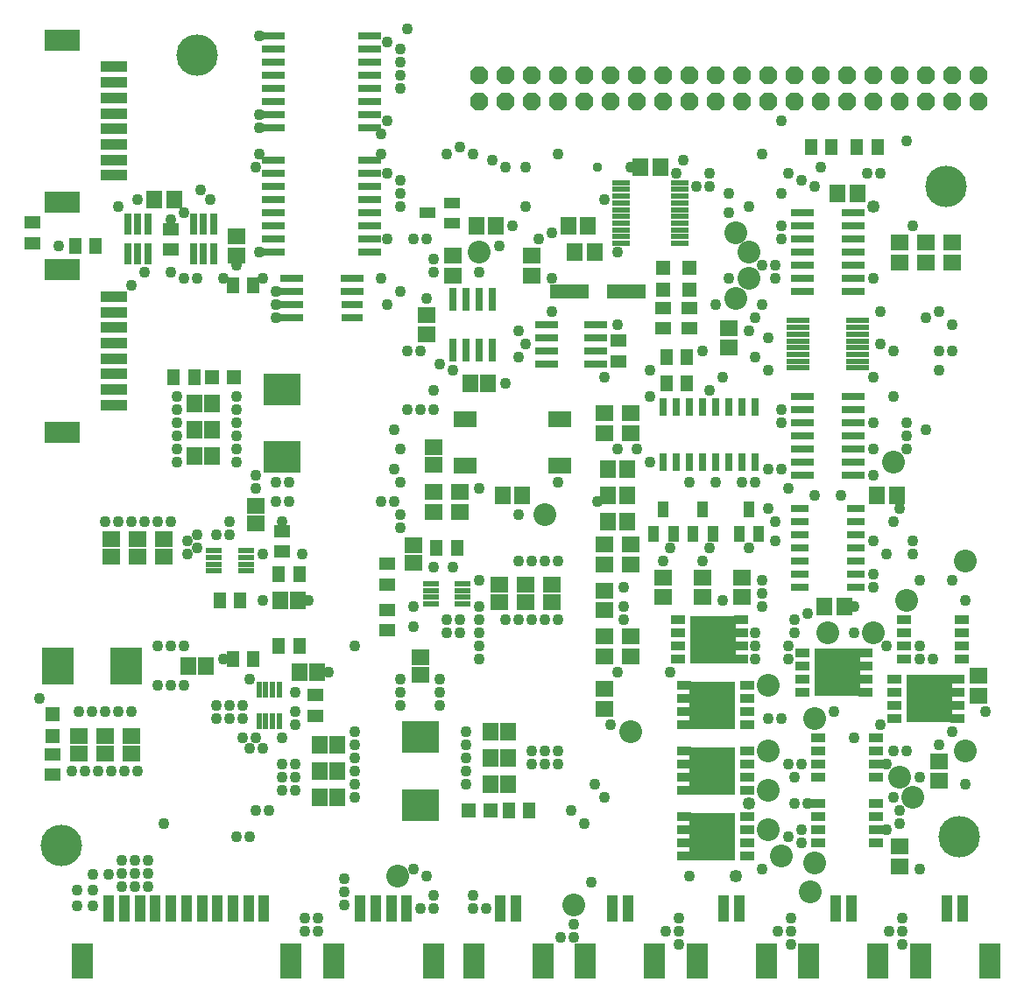
<source format=gts>
G75*
%MOIN*%
%OFA0B0*%
%FSLAX25Y25*%
%IPPOS*%
%LPD*%
%AMOC8*
5,1,8,0,0,1.08239X$1,22.5*
%
%ADD10C,0.15800*%
%ADD11R,0.05918X0.06706*%
%ADD12R,0.06706X0.05918*%
%ADD13R,0.10249X0.03950*%
%ADD14R,0.13792X0.07887*%
%ADD15OC8,0.06800*%
%ADD16R,0.12020X0.14186*%
%ADD17R,0.14186X0.12020*%
%ADD18R,0.05524X0.05524*%
%ADD19R,0.08280X0.03162*%
%ADD20R,0.08595X0.03162*%
%ADD21R,0.05131X0.06312*%
%ADD22R,0.06312X0.05131*%
%ADD23R,0.06496X0.02165*%
%ADD24R,0.03005X0.08005*%
%ADD25R,0.02165X0.06496*%
%ADD26R,0.03950X0.10249*%
%ADD27R,0.07887X0.13792*%
%ADD28R,0.08674X0.03162*%
%ADD29R,0.06600X0.02200*%
%ADD30R,0.08600X0.03000*%
%ADD31R,0.03162X0.06902*%
%ADD32R,0.03950X0.05918*%
%ADD33R,0.08600X0.02400*%
%ADD34R,0.06706X0.02965*%
%ADD35R,0.05800X0.03300*%
%ADD36R,0.05800X0.03400*%
%ADD37C,0.04300*%
%ADD38R,0.17600X0.18400*%
%ADD39C,0.08674*%
%ADD40R,0.03000X0.08600*%
%ADD41R,0.05918X0.03950*%
%ADD42R,0.14580X0.05524*%
%ADD43R,0.09068X0.06312*%
%ADD44C,0.04343*%
%ADD45C,0.03769*%
%ADD46C,0.04934*%
D10*
X0022800Y0108300D03*
X0364300Y0111800D03*
X0359300Y0359300D03*
X0074300Y0409300D03*
D11*
X0065540Y0354300D03*
X0058060Y0354300D03*
X0073454Y0276800D03*
X0080146Y0276800D03*
X0080146Y0266800D03*
X0073454Y0266800D03*
X0073454Y0256800D03*
X0080146Y0256800D03*
X0105954Y0201800D03*
X0112646Y0201800D03*
X0077646Y0176800D03*
X0070954Y0176800D03*
X0113454Y0174300D03*
X0120146Y0174300D03*
X0120954Y0146800D03*
X0127646Y0146800D03*
X0127646Y0136800D03*
X0120954Y0136800D03*
X0120954Y0126800D03*
X0127646Y0126800D03*
X0185954Y0131800D03*
X0192646Y0131800D03*
X0192646Y0141800D03*
X0185954Y0141800D03*
X0185954Y0151800D03*
X0192646Y0151800D03*
X0230560Y0231800D03*
X0238040Y0231800D03*
X0238040Y0241800D03*
X0230560Y0241800D03*
X0230560Y0251800D03*
X0238040Y0251800D03*
X0198040Y0241800D03*
X0190560Y0241800D03*
X0185146Y0284300D03*
X0178454Y0284300D03*
X0218060Y0334300D03*
X0225540Y0334300D03*
X0223040Y0344300D03*
X0215560Y0344300D03*
X0188040Y0344300D03*
X0180560Y0344300D03*
X0243060Y0366800D03*
X0250540Y0366800D03*
X0318060Y0356800D03*
X0325540Y0356800D03*
X0333060Y0241800D03*
X0340540Y0241800D03*
X0320540Y0199300D03*
X0313060Y0199300D03*
D12*
X0281800Y0203060D03*
X0281800Y0210540D03*
X0266800Y0210540D03*
X0266800Y0203060D03*
X0251800Y0203060D03*
X0251800Y0210540D03*
X0239300Y0215560D03*
X0239300Y0223040D03*
X0229300Y0223040D03*
X0229300Y0215560D03*
X0229300Y0205540D03*
X0229300Y0198060D03*
X0229300Y0188040D03*
X0229300Y0180560D03*
X0239300Y0180560D03*
X0239300Y0188040D03*
X0229300Y0168040D03*
X0229300Y0160560D03*
X0209300Y0200954D03*
X0209300Y0207646D03*
X0199300Y0207646D03*
X0199300Y0200954D03*
X0189300Y0200954D03*
X0189300Y0207646D03*
X0156800Y0215954D03*
X0156800Y0222646D03*
X0164300Y0235560D03*
X0164300Y0243040D03*
X0174300Y0243040D03*
X0174300Y0235560D03*
X0164300Y0253454D03*
X0164300Y0260146D03*
X0161800Y0303060D03*
X0161800Y0310540D03*
X0171800Y0325560D03*
X0171800Y0333040D03*
X0201800Y0333040D03*
X0201800Y0325560D03*
X0229300Y0273040D03*
X0229300Y0265560D03*
X0239300Y0265560D03*
X0239300Y0273040D03*
X0276800Y0298060D03*
X0276800Y0305540D03*
X0341800Y0330560D03*
X0341800Y0338040D03*
X0351800Y0338040D03*
X0351800Y0330560D03*
X0361800Y0330560D03*
X0361800Y0338040D03*
X0159300Y0180146D03*
X0159300Y0173454D03*
X0096800Y0230954D03*
X0096800Y0237646D03*
X0061800Y0225146D03*
X0061800Y0218454D03*
X0051800Y0218454D03*
X0051800Y0225146D03*
X0041800Y0225146D03*
X0041800Y0218454D03*
X0039300Y0150146D03*
X0039300Y0143454D03*
X0029300Y0143454D03*
X0029300Y0150146D03*
X0049300Y0150146D03*
X0049300Y0143454D03*
X0089300Y0333060D03*
X0089300Y0340540D03*
X0356800Y0140540D03*
X0356800Y0133060D03*
X0341800Y0108040D03*
X0341800Y0100560D03*
X0371800Y0165560D03*
X0371800Y0173040D03*
D13*
X0042800Y0276131D03*
X0042800Y0282036D03*
X0042800Y0287942D03*
X0042800Y0293847D03*
X0042800Y0299753D03*
X0042800Y0305658D03*
X0042800Y0311564D03*
X0042800Y0317469D03*
X0042800Y0363631D03*
X0042800Y0369536D03*
X0042800Y0375442D03*
X0042800Y0381347D03*
X0042800Y0387253D03*
X0042800Y0393158D03*
X0042800Y0399064D03*
X0042800Y0404969D03*
D14*
X0022918Y0415206D03*
X0022918Y0353394D03*
X0022918Y0327706D03*
X0022918Y0265894D03*
D15*
X0181800Y0391800D03*
X0181800Y0401800D03*
X0191800Y0401800D03*
X0191800Y0391800D03*
X0201800Y0391800D03*
X0211800Y0391800D03*
X0211800Y0401800D03*
X0201800Y0401800D03*
X0221800Y0401800D03*
X0231800Y0401800D03*
X0231800Y0391800D03*
X0221800Y0391800D03*
X0241800Y0391800D03*
X0241800Y0401800D03*
X0251800Y0401800D03*
X0261800Y0401800D03*
X0261800Y0391800D03*
X0251800Y0391800D03*
X0271800Y0391800D03*
X0271800Y0401800D03*
X0281800Y0401800D03*
X0291800Y0401800D03*
X0291800Y0391800D03*
X0281800Y0391800D03*
X0301800Y0391800D03*
X0301800Y0401800D03*
X0311800Y0401800D03*
X0321800Y0401800D03*
X0321800Y0391800D03*
X0311800Y0391800D03*
X0331800Y0391800D03*
X0341800Y0391800D03*
X0341800Y0401800D03*
X0331800Y0401800D03*
X0351800Y0401800D03*
X0351800Y0391800D03*
X0361800Y0391800D03*
X0371800Y0391800D03*
X0371800Y0401800D03*
X0361800Y0401800D03*
D16*
X0047194Y0176800D03*
X0021406Y0176800D03*
D17*
X0106800Y0256406D03*
X0106800Y0282194D03*
X0159300Y0149694D03*
X0159300Y0123906D03*
D18*
X0177666Y0121800D03*
X0185934Y0121800D03*
X0019300Y0150166D03*
X0019300Y0158434D03*
X0080166Y0286800D03*
X0088434Y0286800D03*
X0251800Y0320166D03*
X0261800Y0320166D03*
X0261800Y0328434D03*
X0251800Y0328434D03*
D19*
X0133217Y0314300D03*
X0133217Y0309300D03*
D20*
X0133217Y0319300D03*
X0133217Y0324300D03*
X0110383Y0324300D03*
X0110383Y0319300D03*
X0110383Y0314300D03*
X0110383Y0309300D03*
D21*
X0095737Y0321800D03*
X0087863Y0321800D03*
X0073237Y0286800D03*
X0065363Y0286800D03*
X0035737Y0336800D03*
X0027863Y0336800D03*
X0165363Y0221800D03*
X0173237Y0221800D03*
X0113237Y0211800D03*
X0105363Y0211800D03*
X0090737Y0201800D03*
X0082863Y0201800D03*
X0105363Y0184300D03*
X0113237Y0184300D03*
X0095737Y0179300D03*
X0087863Y0179300D03*
X0192863Y0121800D03*
X0200737Y0121800D03*
X0252863Y0284300D03*
X0260737Y0284300D03*
X0260737Y0294300D03*
X0252863Y0294300D03*
X0307863Y0374300D03*
X0315737Y0374300D03*
X0325363Y0374300D03*
X0333237Y0374300D03*
D22*
X0261800Y0313237D03*
X0251800Y0313237D03*
X0251800Y0305363D03*
X0261800Y0305363D03*
X0234800Y0300737D03*
X0234800Y0292863D03*
X0146800Y0215737D03*
X0146800Y0207863D03*
X0146800Y0198237D03*
X0146800Y0190363D03*
X0119300Y0165737D03*
X0119300Y0157863D03*
X0106800Y0220363D03*
X0106800Y0228237D03*
X0019300Y0143237D03*
X0019300Y0135363D03*
X0064300Y0335363D03*
X0064300Y0343237D03*
X0011800Y0345737D03*
X0011800Y0337863D03*
D23*
X0080698Y0220639D03*
X0080698Y0218080D03*
X0080698Y0215520D03*
X0080698Y0212961D03*
X0092902Y0212961D03*
X0092902Y0215520D03*
X0092902Y0218080D03*
X0092902Y0220639D03*
X0163198Y0208139D03*
X0163198Y0205580D03*
X0163198Y0203020D03*
X0163198Y0200461D03*
X0175402Y0200461D03*
X0175402Y0203020D03*
X0175402Y0205580D03*
X0175402Y0208139D03*
D24*
X0080540Y0333591D03*
X0076800Y0333591D03*
X0073060Y0333591D03*
X0073060Y0345009D03*
X0076800Y0345009D03*
X0080540Y0345009D03*
X0055540Y0345009D03*
X0051800Y0345009D03*
X0048060Y0345009D03*
X0048060Y0333591D03*
X0051800Y0333591D03*
X0055540Y0333591D03*
D25*
X0097961Y0167902D03*
X0100520Y0167902D03*
X0103080Y0167902D03*
X0105639Y0167902D03*
X0105639Y0155698D03*
X0103080Y0155698D03*
X0100520Y0155698D03*
X0097961Y0155698D03*
D26*
X0099828Y0084300D03*
X0093922Y0084300D03*
X0088017Y0084300D03*
X0082111Y0084300D03*
X0076206Y0084300D03*
X0070300Y0084300D03*
X0064394Y0084300D03*
X0058489Y0084300D03*
X0052583Y0084300D03*
X0046678Y0084300D03*
X0040772Y0084300D03*
X0136442Y0084300D03*
X0142347Y0084300D03*
X0148253Y0084300D03*
X0154158Y0084300D03*
X0189847Y0084300D03*
X0195753Y0084300D03*
X0232347Y0084300D03*
X0238253Y0084300D03*
X0274847Y0084300D03*
X0280753Y0084300D03*
X0317347Y0084300D03*
X0323253Y0084300D03*
X0359847Y0084300D03*
X0365753Y0084300D03*
D27*
X0030536Y0064418D03*
X0110064Y0064418D03*
X0126206Y0064418D03*
X0164394Y0064418D03*
X0179611Y0064418D03*
X0205989Y0064418D03*
X0222111Y0064418D03*
X0248489Y0064418D03*
X0264611Y0064418D03*
X0290989Y0064418D03*
X0307111Y0064418D03*
X0333489Y0064418D03*
X0349611Y0064418D03*
X0375989Y0064418D03*
D28*
X0140107Y0334300D03*
X0140107Y0339300D03*
X0140107Y0344300D03*
X0140107Y0349300D03*
X0140107Y0354300D03*
X0140107Y0359300D03*
X0140107Y0364300D03*
X0140107Y0369300D03*
X0140107Y0381800D03*
X0140107Y0386800D03*
X0140107Y0391800D03*
X0140107Y0396800D03*
X0140107Y0401800D03*
X0140107Y0406800D03*
X0140107Y0411800D03*
X0140107Y0416800D03*
X0103493Y0416800D03*
X0103493Y0411800D03*
X0103493Y0406800D03*
X0103493Y0401800D03*
X0103493Y0396800D03*
X0103493Y0391800D03*
X0103493Y0386800D03*
X0103493Y0381800D03*
X0103493Y0369300D03*
X0103493Y0364300D03*
X0103493Y0359300D03*
X0103493Y0354300D03*
X0103493Y0349300D03*
X0103493Y0344300D03*
X0103493Y0339300D03*
X0103493Y0334300D03*
D29*
X0235702Y0337784D03*
X0235702Y0340343D03*
X0235702Y0342902D03*
X0235702Y0345461D03*
X0235702Y0348020D03*
X0235702Y0350580D03*
X0235702Y0353139D03*
X0235702Y0355698D03*
X0235702Y0358257D03*
X0235702Y0360816D03*
X0257898Y0360816D03*
X0257898Y0358257D03*
X0257898Y0355698D03*
X0257898Y0353139D03*
X0257898Y0350580D03*
X0257898Y0348020D03*
X0257898Y0345461D03*
X0257898Y0342902D03*
X0257898Y0340343D03*
X0257898Y0337784D03*
D30*
X0304600Y0339300D03*
X0304600Y0334300D03*
X0304600Y0329300D03*
X0304600Y0324300D03*
X0304600Y0319300D03*
X0324000Y0319300D03*
X0324000Y0324300D03*
X0324000Y0329300D03*
X0324000Y0334300D03*
X0324000Y0339300D03*
X0324000Y0344300D03*
X0324000Y0349300D03*
X0304600Y0349300D03*
X0304600Y0344300D03*
X0226100Y0306800D03*
X0226100Y0301800D03*
X0226100Y0296800D03*
X0226100Y0291800D03*
X0207500Y0291800D03*
X0207500Y0296800D03*
X0207500Y0301800D03*
X0207500Y0306800D03*
X0304600Y0279300D03*
X0304600Y0274300D03*
X0304600Y0269300D03*
X0304600Y0264300D03*
X0304600Y0259300D03*
X0304600Y0254300D03*
X0304600Y0249300D03*
X0324000Y0249300D03*
X0324000Y0254300D03*
X0324000Y0259300D03*
X0324000Y0264300D03*
X0324000Y0269300D03*
X0324000Y0274300D03*
X0324000Y0279300D03*
D31*
X0286800Y0275560D03*
X0281800Y0275560D03*
X0276800Y0275560D03*
X0271800Y0275560D03*
X0266800Y0275560D03*
X0261800Y0275560D03*
X0256800Y0275560D03*
X0251800Y0275560D03*
X0251800Y0254300D03*
X0256800Y0254300D03*
X0261800Y0254300D03*
X0266800Y0254300D03*
X0271800Y0254300D03*
X0276800Y0254300D03*
X0281800Y0254300D03*
X0286800Y0254300D03*
D32*
X0284300Y0236524D03*
X0280560Y0227076D03*
X0270540Y0227076D03*
X0263060Y0227076D03*
X0255540Y0227076D03*
X0248060Y0227076D03*
X0251800Y0236524D03*
X0266800Y0236524D03*
X0288040Y0227076D03*
D33*
X0303000Y0290343D03*
X0303000Y0292902D03*
X0303000Y0295461D03*
X0303000Y0298020D03*
X0303000Y0300580D03*
X0303000Y0303139D03*
X0303000Y0305698D03*
X0303000Y0308257D03*
X0325600Y0308257D03*
X0325600Y0305698D03*
X0325600Y0303139D03*
X0325600Y0300580D03*
X0325600Y0298020D03*
X0325600Y0295461D03*
X0325600Y0292902D03*
X0325600Y0290343D03*
D34*
X0324930Y0236800D03*
X0324930Y0231800D03*
X0324930Y0226800D03*
X0324930Y0221800D03*
X0324930Y0216800D03*
X0324930Y0211800D03*
X0324930Y0206800D03*
X0303670Y0206800D03*
X0303670Y0211800D03*
X0303670Y0216800D03*
X0303670Y0221800D03*
X0303670Y0226800D03*
X0303670Y0231800D03*
X0303670Y0236800D03*
D35*
X0343300Y0194300D03*
X0343300Y0189300D03*
X0343300Y0184300D03*
X0343300Y0179300D03*
X0365300Y0179300D03*
X0365300Y0184300D03*
X0365300Y0189300D03*
X0365300Y0194300D03*
X0332800Y0149300D03*
X0332800Y0144300D03*
X0332800Y0139300D03*
X0332800Y0134300D03*
X0332800Y0124300D03*
X0332800Y0119300D03*
X0332800Y0114300D03*
X0332800Y0109300D03*
X0310800Y0109300D03*
X0310800Y0114300D03*
X0310800Y0119300D03*
X0310800Y0124300D03*
X0310800Y0134300D03*
X0310800Y0139300D03*
X0310800Y0144300D03*
X0310800Y0149300D03*
D36*
X0304800Y0166800D03*
X0304800Y0171800D03*
X0304800Y0176800D03*
X0304800Y0181800D03*
X0281300Y0179300D03*
X0281300Y0184300D03*
X0281300Y0189300D03*
X0281300Y0194300D03*
X0257300Y0194300D03*
X0257300Y0189300D03*
X0257300Y0184300D03*
X0257300Y0179300D03*
X0259800Y0169300D03*
X0259800Y0164300D03*
X0259800Y0159300D03*
X0259800Y0154300D03*
X0259800Y0144300D03*
X0259800Y0139300D03*
X0259800Y0134300D03*
X0259800Y0129300D03*
X0259800Y0119300D03*
X0259800Y0114300D03*
X0259800Y0109300D03*
X0259800Y0104300D03*
X0283800Y0104300D03*
X0283800Y0109300D03*
X0283800Y0114300D03*
X0283800Y0119300D03*
X0283800Y0129300D03*
X0283800Y0134300D03*
X0283800Y0139300D03*
X0283800Y0144300D03*
X0283800Y0154300D03*
X0283800Y0159300D03*
X0283800Y0164300D03*
X0283800Y0169300D03*
X0328800Y0166800D03*
X0328800Y0171800D03*
X0328800Y0176800D03*
X0328800Y0181800D03*
X0339800Y0171800D03*
X0339800Y0166800D03*
X0339800Y0161800D03*
X0339800Y0156800D03*
X0363800Y0156800D03*
X0363800Y0161800D03*
X0363800Y0166800D03*
X0363800Y0171800D03*
D37*
X0356800Y0169300D03*
X0356800Y0164300D03*
X0356800Y0159300D03*
X0351800Y0159300D03*
X0351800Y0164300D03*
X0351800Y0169300D03*
X0346800Y0169300D03*
X0346800Y0164300D03*
X0346800Y0159300D03*
X0321800Y0169300D03*
X0321800Y0174300D03*
X0321800Y0179300D03*
X0316800Y0179300D03*
X0311800Y0179300D03*
X0311800Y0174300D03*
X0316800Y0174300D03*
X0316800Y0169300D03*
X0311800Y0169300D03*
X0276800Y0166800D03*
X0271800Y0166800D03*
X0266800Y0166800D03*
X0266800Y0161800D03*
X0266800Y0156800D03*
X0271800Y0156800D03*
X0271800Y0161800D03*
X0276800Y0161800D03*
X0276800Y0156800D03*
X0276800Y0141800D03*
X0276800Y0136800D03*
X0276800Y0131800D03*
X0271800Y0131800D03*
X0271800Y0136800D03*
X0271800Y0141800D03*
X0266800Y0141800D03*
X0266800Y0136800D03*
X0266800Y0131800D03*
X0266800Y0116800D03*
X0266800Y0111800D03*
X0266800Y0106800D03*
X0271800Y0106800D03*
X0271800Y0111800D03*
X0271800Y0116800D03*
X0276800Y0116800D03*
X0276800Y0111800D03*
X0276800Y0106800D03*
X0274300Y0181800D03*
X0269300Y0181800D03*
X0269300Y0186800D03*
X0274300Y0186800D03*
X0274300Y0191800D03*
X0269300Y0191800D03*
X0264300Y0191800D03*
X0264300Y0186800D03*
X0264300Y0181800D03*
D38*
X0270600Y0186800D03*
X0270500Y0161800D03*
X0270500Y0136800D03*
X0270500Y0111800D03*
X0353100Y0164300D03*
X0318100Y0174300D03*
D39*
X0314300Y0189300D03*
X0331800Y0189300D03*
X0344300Y0201800D03*
X0366800Y0216800D03*
X0339300Y0254300D03*
X0279300Y0316800D03*
X0284300Y0324300D03*
X0284300Y0334300D03*
X0279300Y0341800D03*
X0181800Y0334300D03*
X0206800Y0234300D03*
X0291800Y0169300D03*
X0309300Y0156800D03*
X0291800Y0144300D03*
X0291800Y0129300D03*
X0291800Y0114300D03*
X0296800Y0104300D03*
X0309300Y0101800D03*
X0307800Y0090800D03*
X0346800Y0126800D03*
X0341800Y0134300D03*
X0366800Y0144300D03*
X0239300Y0151800D03*
X0217800Y0085800D03*
X0150800Y0096800D03*
D40*
X0171800Y0297100D03*
X0176800Y0297100D03*
X0181800Y0297100D03*
X0186800Y0297100D03*
X0186800Y0316500D03*
X0181800Y0316500D03*
X0176800Y0316500D03*
X0171800Y0316500D03*
D41*
X0171524Y0345560D03*
X0171524Y0353040D03*
X0162076Y0349300D03*
D42*
X0215973Y0319300D03*
X0237627Y0319300D03*
D43*
X0212213Y0270658D03*
X0212213Y0252942D03*
X0176387Y0252942D03*
X0176387Y0270658D03*
D44*
X0164300Y0274300D03*
X0159300Y0274300D03*
X0154300Y0274300D03*
X0149300Y0266800D03*
X0151800Y0259300D03*
X0149300Y0251800D03*
X0151800Y0246800D03*
X0149300Y0239300D03*
X0144300Y0239300D03*
X0151800Y0234300D03*
X0151800Y0229300D03*
X0164300Y0214300D03*
X0171800Y0214300D03*
X0181800Y0209300D03*
X0181800Y0199300D03*
X0181800Y0194300D03*
X0181800Y0189300D03*
X0181800Y0184300D03*
X0174300Y0189300D03*
X0174300Y0194300D03*
X0169300Y0194300D03*
X0169300Y0189300D03*
X0156800Y0191800D03*
X0156800Y0199300D03*
X0134300Y0184300D03*
X0124300Y0174300D03*
X0111800Y0166800D03*
X0111800Y0159300D03*
X0111800Y0154300D03*
X0106800Y0149300D03*
X0099300Y0145550D03*
X0096800Y0149300D03*
X0094300Y0145550D03*
X0091800Y0149300D03*
X0091800Y0156800D03*
X0091800Y0161800D03*
X0086800Y0161800D03*
X0086800Y0156800D03*
X0081800Y0156800D03*
X0081800Y0161800D03*
X0069300Y0169300D03*
X0064300Y0169300D03*
X0059300Y0169300D03*
X0049300Y0159300D03*
X0044300Y0159300D03*
X0039300Y0159300D03*
X0034300Y0159300D03*
X0029300Y0159300D03*
X0014300Y0164300D03*
X0026800Y0136800D03*
X0031800Y0136800D03*
X0036800Y0136800D03*
X0041800Y0136800D03*
X0046800Y0136800D03*
X0051800Y0136800D03*
X0061800Y0116800D03*
X0055800Y0102800D03*
X0055800Y0097800D03*
X0055800Y0092800D03*
X0050800Y0092800D03*
X0050800Y0097800D03*
X0050800Y0102800D03*
X0045800Y0102800D03*
X0045800Y0097800D03*
X0045800Y0092800D03*
X0040800Y0097300D03*
X0034800Y0097300D03*
X0034800Y0091300D03*
X0034800Y0085300D03*
X0028800Y0085300D03*
X0028800Y0091300D03*
X0089300Y0111800D03*
X0094300Y0111800D03*
X0096800Y0121800D03*
X0101800Y0121800D03*
X0106800Y0129300D03*
X0106800Y0134300D03*
X0106800Y0139300D03*
X0111800Y0139300D03*
X0111800Y0134300D03*
X0111800Y0129300D03*
X0134300Y0126800D03*
X0134300Y0131800D03*
X0134300Y0136800D03*
X0134300Y0141800D03*
X0134300Y0146800D03*
X0134300Y0151800D03*
X0151800Y0161800D03*
X0151800Y0166800D03*
X0151800Y0171800D03*
X0166800Y0171800D03*
X0166800Y0166800D03*
X0166800Y0161800D03*
X0176800Y0151800D03*
X0176800Y0146800D03*
X0176800Y0141800D03*
X0176800Y0136800D03*
X0176800Y0131800D03*
X0201800Y0139300D03*
X0206800Y0139300D03*
X0206800Y0144300D03*
X0201800Y0144300D03*
X0211800Y0144300D03*
X0211800Y0139300D03*
X0225800Y0131800D03*
X0229300Y0126800D03*
X0221800Y0116800D03*
X0216800Y0121800D03*
X0224300Y0094300D03*
X0217800Y0078300D03*
X0217800Y0073300D03*
X0212800Y0073300D03*
X0184300Y0084300D03*
X0179300Y0084300D03*
X0179300Y0089300D03*
X0164300Y0089300D03*
X0164300Y0084300D03*
X0159300Y0084300D03*
X0161800Y0096800D03*
X0156800Y0099300D03*
X0130300Y0095800D03*
X0130300Y0090800D03*
X0130300Y0085800D03*
X0120300Y0080800D03*
X0120300Y0075800D03*
X0115300Y0075800D03*
X0115300Y0080800D03*
X0231800Y0154300D03*
X0234300Y0174300D03*
X0254300Y0174300D03*
X0236800Y0194300D03*
X0236800Y0199300D03*
X0236800Y0206800D03*
X0251800Y0216800D03*
X0254300Y0221800D03*
X0266800Y0216800D03*
X0269300Y0221800D03*
X0284300Y0221800D03*
X0294300Y0224300D03*
X0294300Y0231800D03*
X0291800Y0236800D03*
X0299300Y0244300D03*
X0296800Y0251800D03*
X0291800Y0251800D03*
X0286800Y0246800D03*
X0281800Y0246800D03*
X0271800Y0246800D03*
X0261800Y0246800D03*
X0246800Y0254300D03*
X0241800Y0259300D03*
X0234300Y0259300D03*
X0246800Y0279300D03*
X0246800Y0289300D03*
X0229300Y0286800D03*
X0234300Y0306800D03*
X0209300Y0311800D03*
X0209300Y0324300D03*
X0204300Y0339300D03*
X0209300Y0341800D03*
X0199300Y0351800D03*
X0194300Y0344300D03*
X0189300Y0336800D03*
X0181800Y0326800D03*
X0164300Y0326800D03*
X0164300Y0331800D03*
X0161800Y0339300D03*
X0156800Y0339300D03*
X0146800Y0339300D03*
X0151800Y0351800D03*
X0151800Y0356800D03*
X0151800Y0361800D03*
X0146800Y0364300D03*
X0144300Y0371800D03*
X0144300Y0379300D03*
X0146800Y0384300D03*
X0151800Y0396800D03*
X0151800Y0401800D03*
X0151800Y0406800D03*
X0151800Y0411800D03*
X0146800Y0414300D03*
X0154300Y0419300D03*
X0098050Y0416800D03*
X0098050Y0386800D03*
X0098050Y0381800D03*
X0098050Y0371800D03*
X0096800Y0366800D03*
X0079300Y0354300D03*
X0075550Y0358050D03*
X0069300Y0349300D03*
X0064300Y0346800D03*
X0051800Y0354300D03*
X0044300Y0351800D03*
X0021800Y0336800D03*
X0049300Y0321800D03*
X0054300Y0326800D03*
X0064300Y0326800D03*
X0069300Y0324300D03*
X0074300Y0324300D03*
X0084300Y0324300D03*
X0089300Y0329300D03*
X0098050Y0334300D03*
X0099300Y0324300D03*
X0104300Y0319300D03*
X0104300Y0314300D03*
X0104300Y0309300D03*
X0144300Y0324300D03*
X0151800Y0319300D03*
X0146800Y0314300D03*
X0161800Y0316800D03*
X0159300Y0296800D03*
X0154300Y0296800D03*
X0166800Y0291800D03*
X0171800Y0289300D03*
X0164300Y0281800D03*
X0191800Y0284300D03*
X0196800Y0294300D03*
X0199300Y0299300D03*
X0196800Y0304300D03*
X0234300Y0334300D03*
X0229300Y0354300D03*
X0239300Y0366800D03*
X0256800Y0364300D03*
X0259300Y0369300D03*
X0269300Y0364300D03*
X0269300Y0359300D03*
X0264300Y0359300D03*
X0276800Y0356800D03*
X0284300Y0351800D03*
X0276800Y0349300D03*
X0296800Y0344300D03*
X0296800Y0339300D03*
X0294300Y0329300D03*
X0289300Y0329300D03*
X0294300Y0324300D03*
X0289300Y0314300D03*
X0286800Y0309300D03*
X0284300Y0304300D03*
X0291800Y0301800D03*
X0286800Y0294300D03*
X0291800Y0289300D03*
X0296800Y0274300D03*
X0296800Y0269300D03*
X0274300Y0286800D03*
X0269300Y0281800D03*
X0266800Y0296800D03*
X0271800Y0314300D03*
X0276800Y0324300D03*
X0296800Y0356800D03*
X0304300Y0361800D03*
X0299300Y0364300D03*
X0289300Y0371800D03*
X0296800Y0384300D03*
X0311800Y0366800D03*
X0309300Y0359300D03*
X0329300Y0364300D03*
X0334300Y0364300D03*
X0344300Y0376800D03*
X0346800Y0344300D03*
X0331800Y0324300D03*
X0334300Y0311800D03*
X0334300Y0299300D03*
X0339300Y0296800D03*
X0331800Y0286800D03*
X0339300Y0279300D03*
X0344300Y0269300D03*
X0344300Y0264300D03*
X0344300Y0259300D03*
X0351800Y0266800D03*
X0331800Y0269300D03*
X0331800Y0259300D03*
X0331800Y0249300D03*
X0319300Y0241800D03*
X0309300Y0241800D03*
X0331800Y0224300D03*
X0336800Y0219300D03*
X0346800Y0219300D03*
X0346800Y0224300D03*
X0339300Y0231800D03*
X0341800Y0236800D03*
X0331800Y0211800D03*
X0331800Y0206800D03*
X0324300Y0199300D03*
X0324300Y0189300D03*
X0336800Y0184300D03*
X0349300Y0184300D03*
X0349300Y0179300D03*
X0354300Y0179300D03*
X0374300Y0159300D03*
X0361800Y0151800D03*
X0356800Y0146800D03*
X0344300Y0144300D03*
X0339300Y0144300D03*
X0336800Y0139300D03*
X0349300Y0134300D03*
X0339300Y0126800D03*
X0341800Y0121800D03*
X0341800Y0116800D03*
X0336800Y0114300D03*
X0349300Y0099300D03*
X0342800Y0080800D03*
X0342800Y0075800D03*
X0342800Y0070800D03*
X0337800Y0075800D03*
X0300300Y0075800D03*
X0300300Y0070800D03*
X0295300Y0075800D03*
X0300300Y0080800D03*
X0289300Y0099300D03*
X0304300Y0109300D03*
X0299300Y0111800D03*
X0304300Y0114300D03*
X0301800Y0124300D03*
X0306800Y0124300D03*
X0301800Y0134300D03*
X0299300Y0139300D03*
X0304300Y0139300D03*
X0296800Y0156800D03*
X0291800Y0156800D03*
X0316800Y0159300D03*
X0324300Y0149300D03*
X0334300Y0154300D03*
X0366800Y0131800D03*
X0299300Y0179300D03*
X0299300Y0184300D03*
X0301800Y0189300D03*
X0301800Y0194300D03*
X0306800Y0196800D03*
X0289300Y0199300D03*
X0289300Y0204300D03*
X0289300Y0209300D03*
X0274300Y0201800D03*
X0286800Y0189300D03*
X0286800Y0184300D03*
X0286800Y0179300D03*
X0349300Y0209300D03*
X0361800Y0209300D03*
X0366800Y0201800D03*
X0356800Y0289300D03*
X0356800Y0296800D03*
X0361800Y0296800D03*
X0361800Y0306800D03*
X0356800Y0311800D03*
X0351800Y0309300D03*
X0226800Y0239300D03*
X0211800Y0246800D03*
X0196800Y0234300D03*
X0181800Y0244300D03*
X0196800Y0216800D03*
X0201800Y0216800D03*
X0206800Y0216800D03*
X0211800Y0216800D03*
X0211800Y0194300D03*
X0206800Y0194300D03*
X0201800Y0194300D03*
X0196800Y0194300D03*
X0191800Y0194300D03*
X0181800Y0179300D03*
X0116800Y0201800D03*
X0099300Y0201800D03*
X0099300Y0219300D03*
X0106800Y0231800D03*
X0104300Y0239300D03*
X0109300Y0239300D03*
X0109300Y0246800D03*
X0104300Y0246800D03*
X0096800Y0244300D03*
X0096800Y0249300D03*
X0089300Y0254300D03*
X0089300Y0259300D03*
X0089300Y0264300D03*
X0089300Y0269300D03*
X0089300Y0274300D03*
X0089300Y0279300D03*
X0066800Y0279300D03*
X0066800Y0274300D03*
X0066800Y0269300D03*
X0066800Y0264300D03*
X0066800Y0259300D03*
X0066800Y0254300D03*
X0064300Y0231800D03*
X0059300Y0231800D03*
X0054300Y0231800D03*
X0049300Y0231800D03*
X0044300Y0231800D03*
X0039300Y0231800D03*
X0070550Y0224300D03*
X0074300Y0221800D03*
X0070550Y0219300D03*
X0074300Y0226800D03*
X0081800Y0226800D03*
X0086800Y0226800D03*
X0086800Y0231800D03*
X0114300Y0219300D03*
X0069300Y0184300D03*
X0064300Y0184300D03*
X0059300Y0184300D03*
X0084300Y0179300D03*
X0094300Y0171800D03*
X0252800Y0075800D03*
X0257800Y0075800D03*
X0257800Y0070800D03*
X0257800Y0080800D03*
X0261800Y0096800D03*
X0199300Y0366800D03*
X0191800Y0366800D03*
X0186800Y0369300D03*
X0179300Y0371800D03*
X0174300Y0374300D03*
X0169300Y0371800D03*
X0211800Y0371800D03*
D45*
X0226800Y0366800D03*
D46*
X0331800Y0351800D03*
X0284300Y0124300D03*
X0279300Y0096800D03*
M02*

</source>
